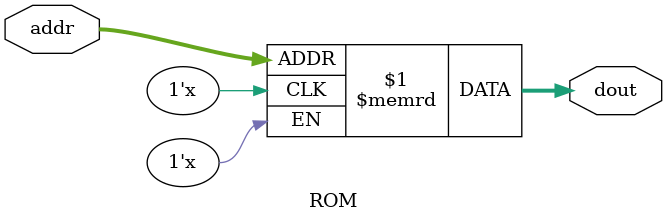
<source format=sv>
module ROM #(
    parameter ANCHO = 32,              // bits por palabra
    parameter LARGO = 1024,            // número de posiciones
    parameter INIT_FILE = ""           // fichero de inicialización
)(
    input  [$clog2(LARGO)-1:0] addr,   // dirección (log2(LARGO) bits)
    output [ANCHO-1:0] dout
);
    // Memoria: LARGO x ANCHO
    reg [ANCHO-1:0] mem [0:LARGO-1];

    // Inicialización opcional
    initial begin
        if (INIT_FILE != "") begin
            $readmemh(INIT_FILE, mem); 
        end
    end

    // Lectura asíncrona
    assign dout = mem[addr];

endmodule

</source>
